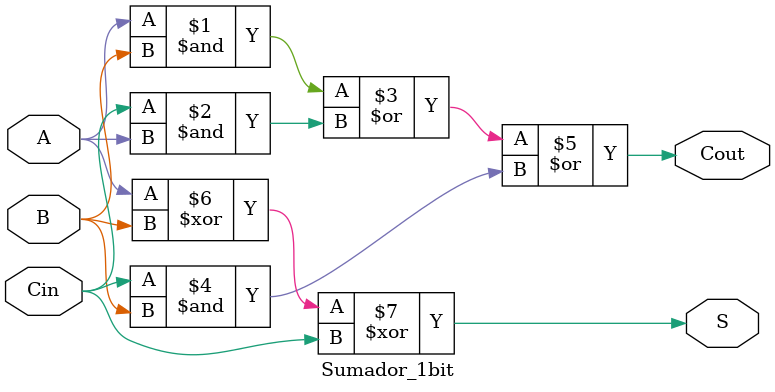
<source format=sv>
module Sumador_1bit (input logic A,
							input logic B,
							input logic Cin,
							output logic S,
							output logic Cout);

	assign Cout = (A & B) | (Cin & A) | (Cin & B);
	assign S = A ^ B ^ Cin ;
			
endmodule 
											  
</source>
